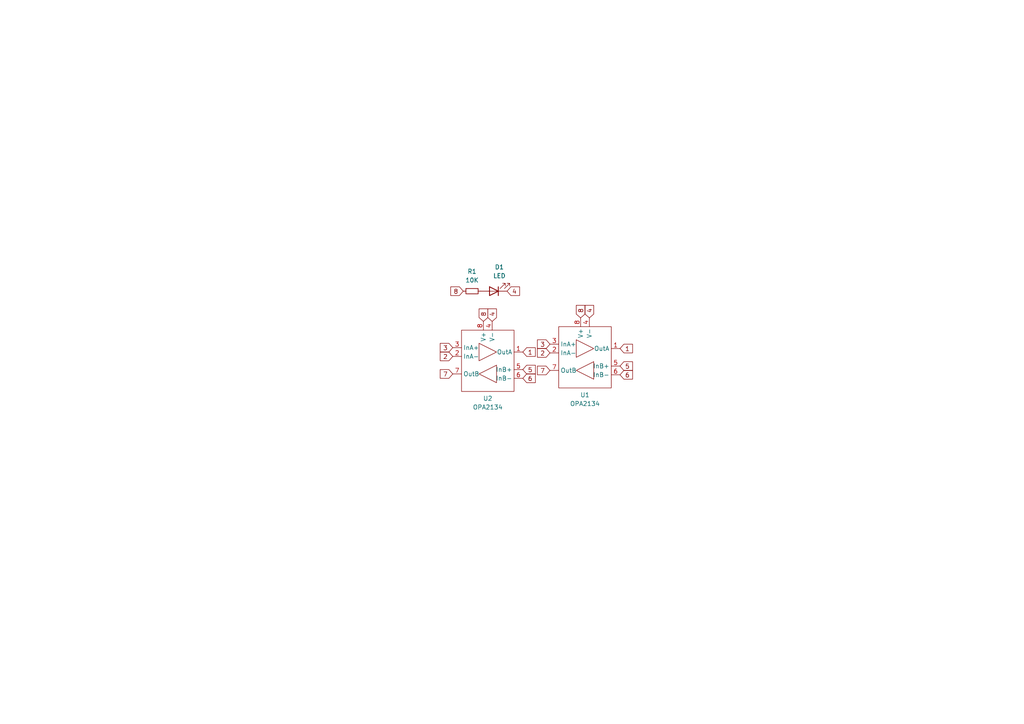
<source format=kicad_sch>
(kicad_sch (version 20231120) (generator "eeschema") (generator_version "8.0")
  (paper "A4")
  (lib_symbols
    (symbol "Amplifier_Audio:OPA2134"
      (property "Reference" "U" (at 0 -2.54 0))
      (property "Value" "OPA2134" (at 0 0 0))
      (symbol "OPA2134_0_1"
        (rectangle (start -7.62 16.51) (end 7.62 -1.27))
        (polyline (pts (xy -2.54 12.7) (xy -2.54 7.62) (xy 2.54 10.16) (xy -2.54 12.7)))
        (polyline (pts (xy 2.54 6.35) (xy 2.54 1.27) (xy -2.54 3.81) (xy 2.54 6.35)))
      )
      (symbol "OPA2134_1_1"
        (pin output line (at 10.16 10.16 180) (length 2.54) (name "OutA") (number "1"))
        (pin input line (at -10.16 8.89 0) (length 2.54) (name "InA-") (number "2"))
        (pin input line (at -10.16 11.43 0) (length 2.54) (name "InA+") (number "3"))
        (pin input line (at 1.27 19.05 270) (length 2.54) (name "V-") (number "4"))
        (pin input line (at 10.16 5.08 180) (length 2.54) (name "InB+") (number "5"))
        (pin input line (at 10.16 2.54 180) (length 2.54) (name "InB-") (number "6"))
        (pin output line (at -10.16 3.81 0) (length 2.54) (name "OutB") (number "7"))
        (pin input line (at -1.27 19.05 270) (length 2.54) (name "V+") (number "8"))
      )
    )
    (symbol "Device:LED" (pin_numbers hide) (pin_names (offset 1.016) hide)
      (property "Reference" "D" (at 0 2.54 0))
      (property "Value" "LED" (at 0 -2.54 0))
      (symbol "LED_0_1"
        (polyline (pts (xy -1.27 -1.27) (xy -1.27 1.27)) (stroke (width 0.254)))
        (polyline (pts (xy -1.27 0) (xy 1.27 0)))
        (polyline (pts (xy 1.27 -1.27) (xy 1.27 1.27) (xy -1.27 0) (xy 1.27 -1.27)) (stroke (width 0.254)))
        (polyline (pts (xy -3.048 -0.762) (xy -4.572 -2.286) (xy -3.81 -2.286) (xy -4.572 -2.286) (xy -4.572 -1.524)))
        (polyline (pts (xy -1.778 -0.762) (xy -3.302 -2.286) (xy -2.54 -2.286) (xy -3.302 -2.286) (xy -3.302 -1.524)))
      )
      (symbol "LED_1_1"
        (pin passive line (at -3.81 0 0) (length 2.54) (name "K") (number "1"))
        (pin passive line (at 3.81 0 180) (length 2.54) (name "A") (number "2"))
      )
    )
    (symbol "Device:R_Small" (pin_numbers hide) (pin_names (offset 0.254) hide)
      (property "Reference" "R" (at 0.762 0.508 0))
      (property "Value" "R_Small" (at 0.762 -1.016 0))
      (symbol "R_Small_0_1"
        (rectangle (start -0.762 1.778) (end 0.762 -1.778) (stroke (width 0.2032)))
      )
      (symbol "R_Small_1_1"
        (pin passive line (at 0 2.54 270) (length 0.762) (name "~") (number "1"))
        (pin passive line (at 0 -2.54 90) (length 0.762) (name "~") (number "2"))
      )
    )
  )
  (global_label "2" (shape input) (at 131.318 103.378 180) (property "Intersheetrefs" "${INTERSHEET_REFS}" (effects (hide yes))))
  (global_label "8" (shape input) (at 140.208 93.218 90) (property "Intersheetrefs" "${INTERSHEET_REFS}" (effects (hide yes))))
  (global_label "3" (shape input) (at 131.318 100.838 180) (property "Intersheetrefs" "${INTERSHEET_REFS}" (effects (hide yes))))
  (global_label "5" (shape input) (at 179.832 106.172 0) (property "Intersheetrefs" "${INTERSHEET_REFS}" (effects (hide yes))))
  (global_label "7" (shape input) (at 159.512 107.442 180) (property "Intersheetrefs" "${INTERSHEET_REFS}" (effects (hide yes))))
  (global_label "3" (shape input) (at 159.512 99.822 180) (property "Intersheetrefs" "${INTERSHEET_REFS}" (effects (hide yes))))
  (global_label "8" (shape input) (at 168.402 92.202 90) (property "Intersheetrefs" "${INTERSHEET_REFS}" (effects (hide yes))))
  (global_label "5" (shape input) (at 151.638 107.188 0) (property "Intersheetrefs" "${INTERSHEET_REFS}" (effects (hide yes))))
  (global_label "2" (shape input) (at 159.512 102.362 180) (property "Intersheetrefs" "${INTERSHEET_REFS}" (effects (hide yes))))
  (global_label "4" (shape input) (at 142.748 93.218 90) (property "Intersheetrefs" "${INTERSHEET_REFS}" (effects (hide yes))))
  (global_label "1" (shape input) (at 151.638 102.108 0) (property "Intersheetrefs" "${INTERSHEET_REFS}" (effects (hide yes))))
  (global_label "4" (shape input) (at 147.066 84.455 0) (property "Intersheetrefs" "${INTERSHEET_REFS}" (effects (hide yes))))
  (global_label "7" (shape input) (at 131.318 108.458 180) (property "Intersheetrefs" "${INTERSHEET_REFS}" (effects (hide yes))))
  (global_label "1" (shape input) (at 179.832 101.092 0) (property "Intersheetrefs" "${INTERSHEET_REFS}" (effects (hide yes))))
  (global_label "4" (shape input) (at 170.942 92.202 90) (property "Intersheetrefs" "${INTERSHEET_REFS}" (effects (hide yes))))
  (global_label "6" (shape input) (at 151.638 109.728 0) (property "Intersheetrefs" "${INTERSHEET_REFS}" (effects (hide yes))))
  (global_label "8" (shape input) (at 134.366 84.455 180) (property "Intersheetrefs" "${INTERSHEET_REFS}" (effects (hide yes))))
  (global_label "6" (shape input) (at 179.832 108.712 0) (property "Intersheetrefs" "${INTERSHEET_REFS}" (effects (hide yes))))
  (symbol (lib_id "Amplifier_Audio:OPA2134") (at 141.478 112.268 0) (unit 1)
    (property "Reference" "U2" (at 141.478 115.57 0))
    (property "Value" "OPA2134" (at 141.478 118.11 0))
    (property "Footprint" "Package_SO:SOIC-8_3.9x4.9mm_P1.27mm" (effects (hide yes)))
  )
  (symbol (lib_id "Device:R_Small") (at 136.906 84.455 90) (unit 1)
    (property "Reference" "R1" (at 136.906 78.74 90))
    (property "Value" "10K" (at 136.906 81.28 90))
    (property "Footprint" "Resistor_SMD:R_0603_1608Metric" (effects (hide yes)))
  )
  (symbol (lib_id "Device:LED") (at 143.256 84.455 180) (unit 1)
    (property "Reference" "D1" (at 144.8435 77.47 0))
    (property "Value" "LED" (at 144.8435 80.01 0))
    (property "Footprint" "Resistor_SMD:R_0603_1608Metric" (effects (hide yes)))
  )
  (symbol (lib_id "Amplifier_Audio:OPA2134") (at 169.672 111.252 0) (unit 1)
    (property "Reference" "U1" (at 169.672 114.554 0))
    (property "Value" "OPA2134" (at 169.672 117.094 0))
    (property "Footprint" "Package_DIP:DIP-8_W7.62mm_Socket" (effects (hide yes)))
  )
)
</source>
